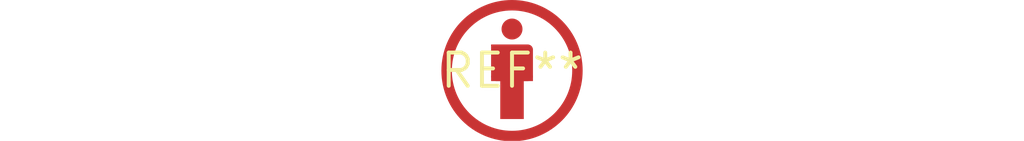
<source format=kicad_pcb>
(kicad_pcb (version 20240108) (generator pcbnew)
  (layers (0 "F.Cu" signal) (31 "B.Cu" signal) (34 "B.Paste" user) (35 "F.Paste" user) (36 "B.SilkS" user "B.Silkscreen") (37 "F.SilkS" user "F.Silkscreen") (38 "B.Mask" user) (39 "F.Mask" user) (44 "Edge.Cuts" user))
  (net 0 "")
  (footprint "Symbol_CC-Attribution_CopperTop_Small" (layer "F.Cu") (at 0 0)
    (property "Reference" "REF**")
    (property "Value" "Symbol_CC-Attribution_CopperTop_Small")
    (fp_rect (start -0.8 0.2) (end 0.8 0.4) (layer "F.Cu") (fill solid))
    (fp_rect (start -0.6 -0.8) (end 0.6 0.2) (layer "F.Cu") (stroke (width 0.4)) (fill solid))
    (fp_rect (start -0.45 0) (end 0.45 1.85) (layer "F.Cu") (fill solid))
    (fp_circle (center 0 -1.59) (end 0.3 -1.59) (layer "F.Cu") (stroke (width 0.2)) (fill solid))
    (fp_circle (center 0.00064 0) (end 2.50064 0) (layer "F.Cu") (stroke (width 0.4)) (fill none))
  )
)
</source>
